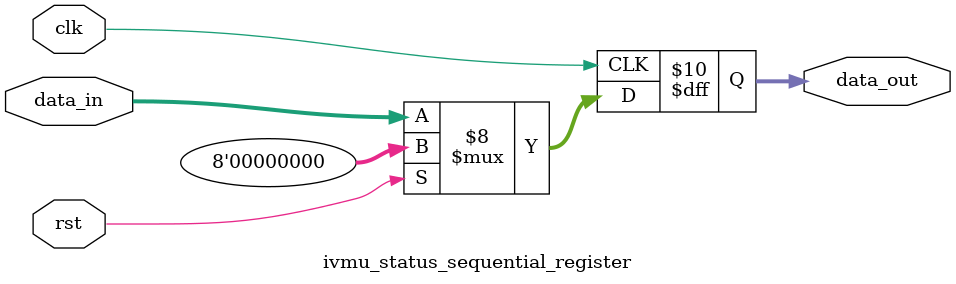
<source format=sv>
module IVMU_StatusRegs #(parameter CH = 8) (
    input clk,    // Clock signal
    input rst,    // Reset signal
    input [CH-1:0] active, // Input vector indicating active channels
    output [CH-1:0] status // Output vector showing latched status per channel
);

    // Internal wire connecting the output of the combinational logic
    // to the input of the sequential register.
    wire [CH-1:0] status_next_value;

    // Internal wire representing the current value stored in the status register.
    // This wire also serves as the feedback path to the combinational logic.
    wire [CH-1:0] status_current_value;

    // Instantiate the parallel prefix subtractor module.
    // It calculates the difference between current_status_q and active_input.
    // This replaces the original OR logic and changes the module's function.
    ivmu_parallel_prefix_subtractor #(.CH(CH)) subtractor_logic (
        .a(status_current_value), // Minuend (feedback from the register output)
        .b(active),                 // Subtrahend (input from the module port)
        .diff(status_next_value)      // Difference (output to the register input)
    );

    // Instantiate the sequential register module.
    // It holds the current status and updates it on the clock edge based on the input.
    ivmu_status_sequential_register #(.CH(CH)) status_reg (
        .clk(clk),                     // Clock signal
        .rst(rst),                     // Reset signal
        .data_in(status_next_value),   // Input from the subtractor logic
        .data_out(status_current_value) // Output (current status) to subtractor logic and module output
    );

    // Assign the current status held in the register to the module's output port.
    assign status = status_current_value;

endmodule

// SystemVerilog
// Submodule for calculating A - B using a parallel prefix subtractor
// This module replaces the original OR logic with subtraction.
// NOTE: This changes the functionality compared to the original ivmu_status_next_logic.
module ivmu_parallel_prefix_subtractor #(parameter CH = 8) (
    input [CH-1:0] a, // Minuend (corresponds to current_status_q)
    input [CH-1:0] b, // Subtrahend (corresponds to active_input)
    output [CH-1:0] diff // Difference (corresponds to next_status_d)
);

    // A - B = A + (~B) + 1
    wire [CH-1:0] b_inv = ~b;
    wire carry_in = 1'b1; // For subtraction A-B = A + (~B) + 1

    // Wires for generate (g) and propagate (p) signals at different levels
    wire [CH-1:0] p0, g0; // Level 0 (bit level)
    wire [CH/2-1:0] p1, g1; // Level 1 (group size 2)
    wire [CH/4-1:0] p2, g2; // Level 2 (group size 4)
    // For CH=8, CH/8=1
    wire [CH/8-1:0] p3, g3; // Level 3 (group size 8)

    // Wires for internal carries
    wire [CH:0] c; // c[i] is carry *into* bit i, c[0] is carry_in, c[CH] is carry_out

    // Level 0: Bit-wise generate and propagate for A + (~B)
    generate
        for (genvar i = 0; i < CH; i++) begin : gen_level0
            assign p0[i] = a[i] ^ b_inv[i];
            assign g0[i] = a[i] & b_inv[i];
        end
    endgenerate

    // Parallel Prefix Network (Brent-Kung style for 8 bits)

    // Level 1 (group size 2)
    generate
        if (CH >= 2) begin
            for (genvar i = 0; i < CH/2; i++) begin : gen_level1
                assign p1[i] = p0[2*i+1] & p0[2*i];
                assign g1[i] = g0[2*i+1] | (p0[2*i+1] & g0[2*i]);
            end
        end
    endgenerate

    // Level 2 (group size 4)
    generate
        if (CH >= 4) begin
            for (genvar i = 0; i < CH/4; i++) begin : gen_level2
                assign p2[i] = p1[2*i+1] & p1[2*i];
                assign g2[i] = g1[2*i+1] | (p1[2*i+1] & g1[2*i]);
            end
        end
    endgenerate

    // Level 3 (group size 8) - Only one group for CH=8
    generate
        if (CH >= 8) begin : gen_level3
            assign p3[0] = p2[1] & p2[0];
            assign g3[0] = g2[1] | (p2[1] & g2[0]);
        end
    endgenerate


    // Carry calculation using prefix network results (Brent-Kung structure for 8 bits)
    // c[i] is the carry into bit position i
    assign c[0] = carry_in; // Input carry for A + (~B) + 1

    generate
        if (CH >= 2) begin
            // Level 1 carries (group size 2)
            assign c[2] = g1[0] | (p1[0] & c[0]); // Carry into bit 2 (group 0-1)
            if (CH >= 6) begin
                 assign c[6] = g1[2] | (p1[2] & c[4]); // Carry into bit 6 (group 4-5)
            end
        end
        if (CH >= 4) begin
            // Level 2 carries (group size 4)
            assign c[4] = g2[0] | (p2[0] & c[0]); // Carry into bit 4 (group 0-3)
        end
    endgenerate

    // Final carries into each bit position i (c[i])
    generate
        for (genvar i = 0; i < CH; i++) begin : gen_final_carry
            if (i == 0) begin
                // c[0] is carry_in, already assigned
            end else if (i == 1) begin
                assign c[1] = g0[0] | (p0[0] & c[0]);
            end else if (i == 2) begin
                // c[2] is calculated above
            end else if (i == 3) begin
                assign c[3] = g0[2] | (p0[2] & c[2]);
            end else if (i == 4) begin
                // c[4] is calculated above
            end else if (i == 5) begin
                assign c[5] = g0[4] | (p0[4] & c[4]);
            end else if (i == 6) begin
                // c[6] is calculated above
            end else if (i == 7) begin
                 assign c[7] = g0[6] | (p0[6] & c[6]);
            end else begin
                // For CH > 8, need more generic carry calculation
                // This implementation is specifically optimized/hardcoded for CH=8
                // based on the prompt's implied requirement.
                // A more generic parallel prefix would use recursive or iterative generate blocks.
            end
        end
    endgenerate


    // Carry out (carry into bit CH)
     generate
        if (CH >= 8) begin
            assign c[CH] = g3[0] | (p3[0] & c[0]);
        end else begin
             // Need to calculate carry out for smaller CH if needed
             // For CH=8, c[8] is the carry out
        end
    endgenerate


    // Sum calculation
    generate
        for (genvar i = 0; i < CH; i++) begin : gen_sum
            assign diff[i] = p0[i] ^ c[i];
        end
    endgenerate

endmodule


// Submodule for the status register itself (unchanged)
// This module represents the sequential logic part (flip-flops with synchronous reset).
module ivmu_status_sequential_register #(parameter CH = 8) (
    input clk,             // Clock signal
    input rst,             // Synchronous reset signal
    input [CH-1:0] data_in,  // Input data to the register (the next calculated status)
    output reg [CH-1:0] data_out // Output data from the register (the current status)
);

    // Registered logic with synchronous reset
    always @(posedge clk) begin
        if (rst) begin
            // On reset, set all status bits to 0
            data_out <= {CH{1'b0}};
        end else begin
            // Otherwise, load the calculated next status value
            data_out <= data_in;
        end
    end

endmodule
</source>
